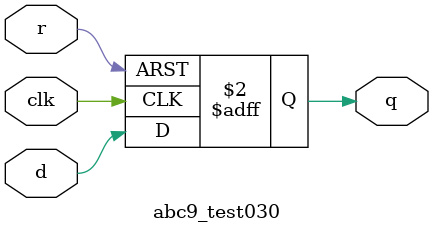
<source format=v>
module abc9_test001(input a, output o);
assign o = a;
endmodule

module abc9_test002(input [1:0] a, output o);
assign o = a[1];
endmodule

module abc9_test003(input [1:0] a, output [1:0] o);
assign o = a;
endmodule

module abc9_test004(input [1:0] a, output o);
assign o = ^a;
endmodule

module abc9_test005(input [1:0] a, output o, output p);
assign o = ^a;
assign p = ~o;
endmodule

module abc9_test006(input [1:0] a, output [2:0] o);
assign o[0] = ^a;
assign o[1] = ~o[0];
assign o[2] = o[1];
endmodule

module abc9_test007(input a, output o);
wire b, c;
assign c = ~a;
assign b = c;
abc9_test007_sub s(b, o);
endmodule

module abc9_test007_sub(input a, output b);
assign b = a;
endmodule

module abc9_test008(input a, output o);
wire b, c;
assign b = ~a;
assign c = b;
abc9_test008_sub s(b, o);
endmodule

module abc9_test008_sub(input a, output b);
assign b = ~a;
endmodule

module abc9_test009(inout io, input oe);
reg latch;
always @(io or oe)
    if (!oe)
        latch <= io;
assign io = oe ? ~latch : 1'bz;
endmodule

module abc9_test010(inout [7:0] io, input oe);
reg [7:0] latch;
always @(io or oe)
    if (!oe)
        latch <= io;
assign io = oe ? ~latch : 8'bz;
endmodule

module abc9_test011(inout io, input oe);
reg latch;
always @(io or oe)
    if (!oe)
        latch <= io;
//assign io = oe ? ~latch : 8'bz;
endmodule

module abc9_test012(inout io, input oe);
reg latch;
//always @(io or oe)
//    if (!oe)
//        latch <= io;
assign io = oe ? ~latch : 8'bz;
endmodule

module abc9_test013(inout [3:0] io, input oe);
reg [3:0] latch;
always @(io or oe)
    if (!oe)
        latch[3:0] <= io[3:0];
    else
        latch[7:4] <= io;
assign io[3:0] = oe ? ~latch[3:0] : 4'bz;
assign io[7:4] = !oe ? {latch[4], latch[7:3]} : 4'bz;
endmodule

module abc9_test014(inout [7:0] io, input oe);
abc9_test012_sub sub(io, oe);
endmodule

module abc9_test012_sub(inout [7:0] io, input oe);
reg [7:0] latch;
always @(io or oe)
    if (!oe)
        latch[3:0] <= io;
    else
        latch[7:4] <= io;
assign io[3:0] = oe ? ~latch[3:0] : 4'bz;
assign io[7:4] = !oe ? {latch[4], latch[7:3]} : 4'bz;
endmodule

module abc9_test015(input a, output b, input c);
assign b = ~a;
(* keep *) wire d;
assign d = ~c;
endmodule

module abc9_test016(input a, output b);
assign b = ~a;
(* keep *) reg c;
always @* c <= ~a;
endmodule

module abc9_test017(input a, output b);
assign b = ~a;
(* keep *) reg c;
always @* c = b;
endmodule

module abc9_test018(input a, output b, output c);
assign b = ~a;
(* keep *) wire [1:0] d;
assign c = &d;
endmodule

module abc9_test019(input a, output b);
assign b = ~a;
(* keep *) reg [1:0] c;
reg d;
always @* d <= &c;
endmodule

module abc9_test020(input a, output b);
assign b = ~a;
(* keep *) reg [1:0] c;
(* keep *) reg d;
always @* d <= &c;
endmodule

// Citation: https://github.com/alexforencich/verilog-ethernet
module abc9_test021(clk, rst, s_eth_hdr_valid, s_eth_hdr_ready, s_eth_dest_mac, s_eth_src_mac, s_eth_type, s_eth_payload_axis_tdata, s_eth_payload_axis_tkeep, s_eth_payload_axis_tvalid, s_eth_payload_axis_tready, s_eth_payload_axis_tlast, s_eth_payload_axis_tid, s_eth_payload_axis_tdest, s_eth_payload_axis_tuser, m_eth_hdr_valid, m_eth_hdr_ready, m_eth_dest_mac, m_eth_src_mac, m_eth_type, m_eth_payload_axis_tdata, m_eth_payload_axis_tkeep, m_eth_payload_axis_tvalid, m_eth_payload_axis_tready, m_eth_payload_axis_tlast, m_eth_payload_axis_tid, m_eth_payload_axis_tdest, m_eth_payload_axis_tuser);
  input clk;
  output [47:0] m_eth_dest_mac;
  input m_eth_hdr_ready;
  output m_eth_hdr_valid;
  output [7:0] m_eth_payload_axis_tdata;
  output [7:0] m_eth_payload_axis_tdest;
  output [7:0] m_eth_payload_axis_tid;
  output m_eth_payload_axis_tkeep;
  output m_eth_payload_axis_tlast;
  input m_eth_payload_axis_tready;
  output m_eth_payload_axis_tuser;
  output m_eth_payload_axis_tvalid;
  output [47:0] m_eth_src_mac;
  output [15:0] m_eth_type;
  input rst;
  input [191:0] s_eth_dest_mac;
  output [3:0] s_eth_hdr_ready;
  input [3:0] s_eth_hdr_valid;
  input [31:0] s_eth_payload_axis_tdata;
  input [31:0] s_eth_payload_axis_tdest;
  input [31:0] s_eth_payload_axis_tid;
  input [3:0] s_eth_payload_axis_tkeep;
  input [3:0] s_eth_payload_axis_tlast;
  output [3:0] s_eth_payload_axis_tready;
  input [3:0] s_eth_payload_axis_tuser;
  input [3:0] s_eth_payload_axis_tvalid;
  input [191:0] s_eth_src_mac;
  input [63:0] s_eth_type;
  (* keep *)
  wire [0:0] grant, request;
  wire a;
  not u0 (
    a,
    grant[0]
  );
  and u1  (
    request[0],
    s_eth_hdr_valid[0],
    a
  );
  (* keep *)
  MUXF8 u2  (
    .I0(1'bx),
    .I1(1'bx),
    .O(o),
    .S(1'bx)
  );
  arbiter  arb_inst (
    .acknowledge(acknowledge),
    .clk(clk),
    .grant(grant),
    .grant_encoded(grant_encoded),
    .grant_valid(grant_valid),
    .request(request),
    .rst(rst)
  );
endmodule

module arbiter (clk, rst, request, acknowledge, grant, grant_valid, grant_encoded);
  input [3:0] acknowledge;
  input clk;
  output [3:0] grant;
  output [1:0] grant_encoded;
  output grant_valid;
  input [3:0] request;
  input rst;
endmodule

(* abc_box_id=1 *)
module MUXF8(input I0, I1, S, output O);
endmodule

// Citation: https://github.com/alexforencich/verilog-ethernet
// TODO: yosys -p "synth_xilinx -abc9 -top abc9_test022" abc9.v -q
// returns before b4321a31
//   Warning: Wire abc9_test022.\m_eth_payload_axis_tkeep [7] is used but has no
//   driver.
//   Warning: Wire abc9_test022.\m_eth_payload_axis_tkeep [3] is used but has no
//   driver.
module abc9_test022
(
    input  wire        clk,
    input  wire        i,
    output wire [7:0]  m_eth_payload_axis_tkeep
);
    reg [7:0]  m_eth_payload_axis_tkeep_reg = 8'd0;
    assign m_eth_payload_axis_tkeep = m_eth_payload_axis_tkeep_reg;
    always @(posedge clk)
        m_eth_payload_axis_tkeep_reg <= i ? 8'hff : 8'h0f;
endmodule

// Citation: https://github.com/riscv/riscv-bitmanip
// TODO: yosys -p "synth_xilinx -abc9 -top abc9_test023" abc9.v -q
// returns before 14233843
//   Warning: Wire abc9_test023.\dout [1] is used but has no driver.
module abc9_test023 #(
	parameter integer N = 2,
	parameter integer M = 2
) (
	input [7:0] din,
	output [M-1:0] dout
);
	wire [2*M-1:0] mask = {M{1'b1}};
	assign dout = (mask << din[N-1:0]) >> M;
endmodule

module abc9_test024(input [3:0] i, output [3:0] o);
abc9_test024_sub a(i[1:0], o[1:0]);
endmodule

module abc9_test024_sub(input [1:0] i, output [1:0] o);
assign o = i;
endmodule

module abc9_test025(input [3:0] i, output [3:0] o);
abc9_test024_sub a(i[2:1], o[2:1]);
endmodule

module abc9_test026(output [3:0] o, p);
assign o = { 1'b1, 1'bx };
assign p = { 1'b1, 1'bx, 1'b0 };
endmodule

module abc9_test029(input clk, d, r, output reg q);
always @(posedge clk or posedge r)
    if (r) q <= 1'b0;
    else q <= d;
endmodule

module abc9_test030(input clk, d, r, output reg q);
always @(negedge clk or posedge r)
    if (r) q <= 1'b1;
    else q <= d;
endmodule

</source>
